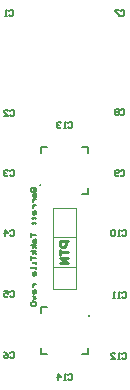
<source format=gbo>
G04 Layer_Color=32896*
%FSLAX44Y44*%
%MOMM*%
G71*
G01*
G75*
%ADD13C,0.2540*%
%ADD41C,0.1524*%
%ADD42C,0.1000*%
%ADD43C,0.2000*%
%ADD44C,0.1800*%
%ADD45C,0.1500*%
G36*
X50185Y173202D02*
X50068Y173059D01*
X49958Y172936D01*
X49874Y172839D01*
X49796Y172755D01*
X49738Y172697D01*
X49693Y172658D01*
X49667Y172632D01*
X49660Y172625D01*
X49803Y172606D01*
X49939Y172580D01*
X50068Y172548D01*
X50185Y172522D01*
X50282Y172496D01*
X50321Y172483D01*
X50360Y172470D01*
X50385Y172463D01*
X50405Y172457D01*
X50418Y172451D01*
X50424D01*
X50282Y172017D01*
X50133Y172068D01*
X49997Y172120D01*
X49874Y172172D01*
X49770Y172217D01*
X49686Y172256D01*
X49621Y172289D01*
X49595Y172302D01*
X49576Y172308D01*
X49569Y172314D01*
X49563D01*
X49582Y172153D01*
X49602Y172004D01*
X49608Y171868D01*
X49621Y171757D01*
X49628Y171673D01*
X49634Y171602D01*
Y171583D01*
Y171563D01*
Y171557D01*
Y171550D01*
X49194D01*
Y171595D01*
Y171647D01*
X49200Y171757D01*
X49213Y171887D01*
X49226Y172010D01*
X49233Y172127D01*
X49239Y172178D01*
X49246Y172224D01*
Y172263D01*
X49252Y172289D01*
Y172308D01*
Y172314D01*
X49161Y172269D01*
X49051Y172217D01*
X48935Y172166D01*
X48818Y172120D01*
X48714Y172081D01*
X48663Y172062D01*
X48624Y172042D01*
X48591Y172036D01*
X48566Y172023D01*
X48552Y172017D01*
X48546D01*
X48410Y172451D01*
X48676Y172522D01*
X48799Y172548D01*
X48915Y172574D01*
X49012Y172593D01*
X49051Y172606D01*
X49090Y172612D01*
X49116Y172619D01*
X49135D01*
X49148Y172625D01*
X49155D01*
X49123Y172651D01*
X49090Y172690D01*
X49012Y172774D01*
X48928Y172865D01*
X48844Y172962D01*
X48766Y173053D01*
X48708Y173131D01*
X48682Y173163D01*
X48663Y173182D01*
X48656Y173195D01*
X48650Y173202D01*
X49006Y173454D01*
X49071Y173364D01*
X49142Y173260D01*
X49207Y173150D01*
X49271Y173046D01*
X49323Y172956D01*
X49362Y172878D01*
X49382Y172846D01*
X49394Y172826D01*
X49401Y172813D01*
Y172807D01*
X49485Y172949D01*
X49569Y173079D01*
X49641Y173189D01*
X49699Y173286D01*
X49751Y173357D01*
X49790Y173409D01*
X49816Y173442D01*
X49822Y173454D01*
X50185Y173202D01*
D02*
G37*
G36*
X90806Y63384D02*
Y63332D01*
X90800Y63222D01*
X90787Y63093D01*
X90774Y62969D01*
X90767Y62853D01*
X90761Y62801D01*
X90754Y62756D01*
Y62717D01*
X90748Y62691D01*
Y62672D01*
Y62665D01*
X90839Y62710D01*
X90949Y62762D01*
X91065Y62814D01*
X91182Y62859D01*
X91286Y62898D01*
X91337Y62918D01*
X91376Y62937D01*
X91409Y62944D01*
X91435Y62957D01*
X91447Y62963D01*
X91454D01*
X91590Y62529D01*
X91325Y62458D01*
X91201Y62432D01*
X91085Y62406D01*
X90988Y62387D01*
X90949Y62374D01*
X90910Y62367D01*
X90884Y62361D01*
X90865D01*
X90852Y62354D01*
X90845D01*
X90878Y62328D01*
X90910Y62290D01*
X90988Y62205D01*
X91072Y62115D01*
X91156Y62017D01*
X91234Y61927D01*
X91292Y61849D01*
X91318Y61817D01*
X91337Y61797D01*
X91344Y61784D01*
X91350Y61778D01*
X90994Y61525D01*
X90929Y61616D01*
X90858Y61719D01*
X90793Y61830D01*
X90729Y61933D01*
X90677Y62024D01*
X90638Y62102D01*
X90618Y62134D01*
X90605Y62153D01*
X90599Y62166D01*
Y62173D01*
X90515Y62030D01*
X90431Y61901D01*
X90359Y61791D01*
X90301Y61694D01*
X90249Y61622D01*
X90210Y61571D01*
X90184Y61538D01*
X90178Y61525D01*
X89815Y61778D01*
X89932Y61920D01*
X90042Y62043D01*
X90126Y62140D01*
X90204Y62225D01*
X90262Y62283D01*
X90308Y62322D01*
X90333Y62348D01*
X90340Y62354D01*
X90197Y62374D01*
X90061Y62400D01*
X89932Y62432D01*
X89815Y62458D01*
X89718Y62484D01*
X89679Y62497D01*
X89640Y62510D01*
X89614Y62516D01*
X89595Y62523D01*
X89582Y62529D01*
X89576D01*
X89718Y62963D01*
X89867Y62911D01*
X90003Y62859D01*
X90126Y62808D01*
X90230Y62762D01*
X90314Y62723D01*
X90379Y62691D01*
X90405Y62678D01*
X90424Y62672D01*
X90431Y62665D01*
X90437D01*
X90418Y62827D01*
X90398Y62976D01*
X90392Y63112D01*
X90379Y63222D01*
X90372Y63306D01*
X90366Y63378D01*
Y63397D01*
Y63417D01*
Y63423D01*
Y63429D01*
X90806D01*
Y63384D01*
D02*
G37*
D13*
X73200Y125300D02*
X66202D01*
Y121801D01*
X67368Y120635D01*
X69701D01*
X70867Y121801D01*
Y125300D01*
X66202Y118302D02*
Y113637D01*
Y115970D01*
X73200D01*
Y111305D02*
X66202D01*
X73200Y106639D01*
X66202D01*
D41*
X49934Y64712D02*
Y70046D01*
Y29914D02*
X55268D01*
X90066D02*
Y35248D01*
X84732Y29914D02*
X90066D01*
X49934D02*
Y35248D01*
Y70046D02*
X55268D01*
X84732Y164934D02*
X90066D01*
Y199732D02*
Y205066D01*
X49934D02*
X55268D01*
X49934Y199732D02*
Y205066D01*
X84732D02*
X90066D01*
Y164934D02*
Y170268D01*
D42*
X60400Y103100D02*
X79600D01*
X60400Y85200D02*
Y128500D01*
Y85200D02*
X79600D01*
Y128500D01*
Y153500D01*
X70200D02*
X79600D01*
X60600D02*
X70200D01*
X60400Y128500D02*
Y153500D01*
Y128500D02*
X79600D01*
D43*
X117418Y184915D02*
X118251Y185748D01*
X119917D01*
X120750Y184915D01*
Y181583D01*
X119917Y180750D01*
X118251D01*
X117418Y181583D01*
X115752D02*
X114919Y180750D01*
X113252D01*
X112419Y181583D01*
Y184915D01*
X113252Y185748D01*
X114919D01*
X115752Y184915D01*
Y184082D01*
X114919Y183249D01*
X112419D01*
X72668Y225665D02*
X73501Y226498D01*
X75167D01*
X76000Y225665D01*
Y222333D01*
X75167Y221500D01*
X73501D01*
X72668Y222333D01*
X71002Y221500D02*
X69335D01*
X70169D01*
Y226498D01*
X71002Y225665D01*
X66836D02*
X66003Y226498D01*
X64337D01*
X63504Y225665D01*
Y224832D01*
X64337Y223999D01*
X65170D01*
X64337D01*
X63504Y223166D01*
Y222333D01*
X64337Y221500D01*
X66003D01*
X66836Y222333D01*
X118418Y30165D02*
X119251Y30998D01*
X120917D01*
X121750Y30165D01*
Y26833D01*
X120917Y26000D01*
X119251D01*
X118418Y26833D01*
X116752Y26000D02*
X115085D01*
X115919D01*
Y30998D01*
X116752Y30165D01*
X109254Y26000D02*
X112586D01*
X109254Y29332D01*
Y30165D01*
X110087Y30998D01*
X111753D01*
X112586Y30165D01*
X118418Y81665D02*
X119251Y82498D01*
X120917D01*
X121750Y81665D01*
Y78333D01*
X120917Y77500D01*
X119251D01*
X118418Y78333D01*
X116752Y77500D02*
X115085D01*
X115919D01*
Y82498D01*
X116752Y81665D01*
X112586Y77500D02*
X110920D01*
X111753D01*
Y82498D01*
X112586Y81665D01*
X118750Y133917D02*
X119584Y134750D01*
X121250D01*
X122083Y133917D01*
Y130584D01*
X121250Y129752D01*
X119584D01*
X118750Y130584D01*
X117084Y129752D02*
X115418D01*
X116251D01*
Y134750D01*
X117084Y133917D01*
X112919D02*
X112086Y134750D01*
X110420D01*
X109587Y133917D01*
Y130584D01*
X110420Y129752D01*
X112086D01*
X112919Y130584D01*
Y133917D01*
X117418Y236165D02*
X118251Y236998D01*
X119917D01*
X120750Y236165D01*
Y232833D01*
X119917Y232000D01*
X118251D01*
X117418Y232833D01*
X115752Y236165D02*
X114919Y236998D01*
X113252D01*
X112419Y236165D01*
Y235332D01*
X113252Y234499D01*
X112419Y233666D01*
Y232833D01*
X113252Y232000D01*
X114919D01*
X115752Y232833D01*
Y233666D01*
X114919Y234499D01*
X115752Y235332D01*
Y236165D01*
X114919Y234499D02*
X113252D01*
X117418Y320165D02*
X118251Y320998D01*
X119917D01*
X120750Y320165D01*
Y316833D01*
X119917Y316000D01*
X118251D01*
X117418Y316833D01*
X115752Y320998D02*
X112419D01*
Y320165D01*
X115752Y316833D01*
Y316000D01*
X72668Y12415D02*
X73501Y13248D01*
X75167D01*
X76000Y12415D01*
Y9083D01*
X75167Y8250D01*
X73501D01*
X72668Y9083D01*
X71002Y8250D02*
X69335D01*
X70169D01*
Y13248D01*
X71002Y12415D01*
X64337Y8250D02*
Y13248D01*
X66836Y10749D01*
X63504D01*
X22668Y320165D02*
X23501Y320998D01*
X25167D01*
X26000Y320165D01*
Y316833D01*
X25167Y316000D01*
X23501D01*
X22668Y316833D01*
X21002Y316000D02*
X19336D01*
X20169D01*
Y320998D01*
X21002Y320165D01*
D44*
X23918Y235915D02*
X24751Y236748D01*
X26417D01*
X27250Y235915D01*
Y232583D01*
X26417Y231750D01*
X24751D01*
X23918Y232583D01*
X18919Y231750D02*
X22252D01*
X18919Y235082D01*
Y235915D01*
X19753Y236748D01*
X21419D01*
X22252Y235915D01*
X23918Y184665D02*
X24751Y185498D01*
X26417D01*
X27250Y184665D01*
Y181333D01*
X26417Y180500D01*
X24751D01*
X23918Y181333D01*
X22252Y184665D02*
X21419Y185498D01*
X19753D01*
X18919Y184665D01*
Y183832D01*
X19753Y182999D01*
X20585D01*
X19753D01*
X18919Y182166D01*
Y181333D01*
X19753Y180500D01*
X21419D01*
X22252Y181333D01*
X23918Y133665D02*
X24751Y134498D01*
X26417D01*
X27250Y133665D01*
Y130333D01*
X26417Y129500D01*
X24751D01*
X23918Y130333D01*
X19753Y129500D02*
Y134498D01*
X22252Y131999D01*
X18919D01*
X23918Y82165D02*
X24751Y82998D01*
X26417D01*
X27250Y82165D01*
Y78833D01*
X26417Y78000D01*
X24751D01*
X23918Y78833D01*
X18919Y82998D02*
X22252D01*
Y80499D01*
X20585Y81332D01*
X19753D01*
X18919Y80499D01*
Y78833D01*
X19753Y78000D01*
X21419D01*
X22252Y78833D01*
X23918Y30665D02*
X24751Y31498D01*
X26417D01*
X27250Y30665D01*
Y27333D01*
X26417Y26500D01*
X24751D01*
X23918Y27333D01*
X18919Y31498D02*
X20585Y30665D01*
X22252Y28999D01*
Y27333D01*
X21419Y26500D01*
X19753D01*
X18919Y27333D01*
Y28166D01*
X19753Y28999D01*
X22252D01*
D45*
X41252Y170750D02*
X46250D01*
Y168251D01*
X45417Y167418D01*
X44584D01*
X43751Y168251D01*
Y170750D01*
Y168251D01*
X42918Y167418D01*
X42085D01*
X41252Y168251D01*
Y170750D01*
X42918Y164919D02*
Y163253D01*
X43751Y162419D01*
X46250D01*
Y164919D01*
X45417Y165752D01*
X44584Y164919D01*
Y162419D01*
X42918Y160753D02*
X46250D01*
X44584D01*
X43751Y159920D01*
X42918Y159087D01*
Y158254D01*
Y155755D02*
X46250D01*
X44584D01*
X43751Y154922D01*
X42918Y154089D01*
Y153256D01*
X46250Y148257D02*
Y149923D01*
X45417Y150757D01*
X43751D01*
X42918Y149923D01*
Y148257D01*
X43751Y147424D01*
X44584D01*
Y150757D01*
X42085Y144925D02*
X42918D01*
Y145758D01*
Y144092D01*
Y144925D01*
X45417D01*
X46250Y144092D01*
X42085Y140760D02*
X42918D01*
Y141593D01*
Y139927D01*
Y140760D01*
X45417D01*
X46250Y139927D01*
X41252Y132429D02*
Y129097D01*
Y130763D01*
X46250D01*
X42918Y126598D02*
Y124932D01*
X43751Y124099D01*
X46250D01*
Y126598D01*
X45417Y127431D01*
X44584Y126598D01*
Y124099D01*
X46250Y122432D02*
X41252D01*
X44584D02*
X42918Y119933D01*
X44584Y122432D02*
X46250Y119933D01*
Y117434D02*
X41252D01*
X44584D02*
X42918Y114935D01*
X44584Y117434D02*
X46250Y114935D01*
X41252Y112436D02*
Y109103D01*
Y110770D01*
X46250D01*
Y107437D02*
Y105771D01*
Y106604D01*
X42918D01*
Y107437D01*
X46250Y103272D02*
Y101606D01*
Y102439D01*
X41252D01*
Y103272D01*
X46250Y96608D02*
Y98274D01*
X45417Y99107D01*
X43751D01*
X42918Y98274D01*
Y96608D01*
X43751Y95774D01*
X44584D01*
Y99107D01*
X42918Y89110D02*
X46250D01*
X44584D01*
X43751Y88277D01*
X42918Y87444D01*
Y86611D01*
X46250Y81612D02*
Y83279D01*
X45417Y84112D01*
X43751D01*
X42918Y83279D01*
Y81612D01*
X43751Y80779D01*
X44584D01*
Y84112D01*
X42918Y79113D02*
X46250Y77447D01*
X42918Y75781D01*
X42085Y74115D02*
X41252Y73282D01*
Y71616D01*
X42085Y70783D01*
X45417D01*
X46250Y71616D01*
Y73282D01*
X45417Y74115D01*
X42085D01*
M02*

</source>
